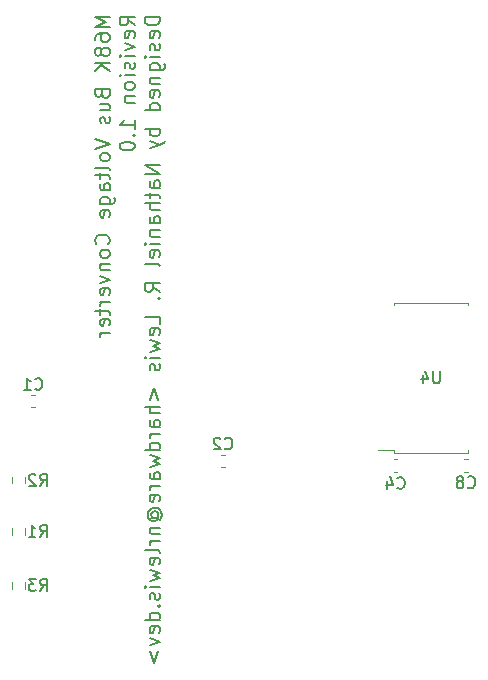
<source format=gbo>
G04 #@! TF.GenerationSoftware,KiCad,Pcbnew,5.1.10*
G04 #@! TF.CreationDate,2021-08-30T11:46:02-07:00*
G04 #@! TF.ProjectId,M68K-BREAKOUT,4d36384b-2d42-4524-9541-4b4f55542e6b,rev?*
G04 #@! TF.SameCoordinates,Original*
G04 #@! TF.FileFunction,Legend,Bot*
G04 #@! TF.FilePolarity,Positive*
%FSLAX46Y46*%
G04 Gerber Fmt 4.6, Leading zero omitted, Abs format (unit mm)*
G04 Created by KiCad (PCBNEW 5.1.10) date 2021-08-30 11:46:02*
%MOMM*%
%LPD*%
G01*
G04 APERTURE LIST*
%ADD10C,0.203200*%
%ADD11C,0.120000*%
%ADD12C,0.150000*%
%ADD13O,1.350000X1.350000*%
%ADD14R,1.350000X1.350000*%
%ADD15O,1.600000X1.600000*%
%ADD16R,1.600000X1.600000*%
G04 APERTURE END LIST*
D10*
X134864323Y-58536960D02*
X133594323Y-58536960D01*
X134501466Y-58960294D01*
X133594323Y-59383627D01*
X134864323Y-59383627D01*
X133594323Y-60532675D02*
X133594323Y-60290770D01*
X133654800Y-60169818D01*
X133715276Y-60109341D01*
X133896704Y-59988389D01*
X134138609Y-59927913D01*
X134622419Y-59927913D01*
X134743371Y-59988389D01*
X134803847Y-60048865D01*
X134864323Y-60169818D01*
X134864323Y-60411722D01*
X134803847Y-60532675D01*
X134743371Y-60593151D01*
X134622419Y-60653627D01*
X134320038Y-60653627D01*
X134199085Y-60593151D01*
X134138609Y-60532675D01*
X134078133Y-60411722D01*
X134078133Y-60169818D01*
X134138609Y-60048865D01*
X134199085Y-59988389D01*
X134320038Y-59927913D01*
X134138609Y-61379341D02*
X134078133Y-61258389D01*
X134017657Y-61197913D01*
X133896704Y-61137437D01*
X133836228Y-61137437D01*
X133715276Y-61197913D01*
X133654800Y-61258389D01*
X133594323Y-61379341D01*
X133594323Y-61621246D01*
X133654800Y-61742199D01*
X133715276Y-61802675D01*
X133836228Y-61863151D01*
X133896704Y-61863151D01*
X134017657Y-61802675D01*
X134078133Y-61742199D01*
X134138609Y-61621246D01*
X134138609Y-61379341D01*
X134199085Y-61258389D01*
X134259561Y-61197913D01*
X134380514Y-61137437D01*
X134622419Y-61137437D01*
X134743371Y-61197913D01*
X134803847Y-61258389D01*
X134864323Y-61379341D01*
X134864323Y-61621246D01*
X134803847Y-61742199D01*
X134743371Y-61802675D01*
X134622419Y-61863151D01*
X134380514Y-61863151D01*
X134259561Y-61802675D01*
X134199085Y-61742199D01*
X134138609Y-61621246D01*
X134864323Y-62407437D02*
X133594323Y-62407437D01*
X134864323Y-63133151D02*
X134138609Y-62588865D01*
X133594323Y-63133151D02*
X134320038Y-62407437D01*
X134199085Y-65068389D02*
X134259561Y-65249818D01*
X134320038Y-65310294D01*
X134440990Y-65370770D01*
X134622419Y-65370770D01*
X134743371Y-65310294D01*
X134803847Y-65249818D01*
X134864323Y-65128865D01*
X134864323Y-64645056D01*
X133594323Y-64645056D01*
X133594323Y-65068389D01*
X133654800Y-65189341D01*
X133715276Y-65249818D01*
X133836228Y-65310294D01*
X133957180Y-65310294D01*
X134078133Y-65249818D01*
X134138609Y-65189341D01*
X134199085Y-65068389D01*
X134199085Y-64645056D01*
X134017657Y-66459341D02*
X134864323Y-66459341D01*
X134017657Y-65915056D02*
X134682895Y-65915056D01*
X134803847Y-65975532D01*
X134864323Y-66096484D01*
X134864323Y-66277913D01*
X134803847Y-66398865D01*
X134743371Y-66459341D01*
X134803847Y-67003627D02*
X134864323Y-67124580D01*
X134864323Y-67366484D01*
X134803847Y-67487437D01*
X134682895Y-67547913D01*
X134622419Y-67547913D01*
X134501466Y-67487437D01*
X134440990Y-67366484D01*
X134440990Y-67185056D01*
X134380514Y-67064103D01*
X134259561Y-67003627D01*
X134199085Y-67003627D01*
X134078133Y-67064103D01*
X134017657Y-67185056D01*
X134017657Y-67366484D01*
X134078133Y-67487437D01*
X133594323Y-68878389D02*
X134864323Y-69301722D01*
X133594323Y-69725056D01*
X134864323Y-70329818D02*
X134803847Y-70208865D01*
X134743371Y-70148389D01*
X134622419Y-70087913D01*
X134259561Y-70087913D01*
X134138609Y-70148389D01*
X134078133Y-70208865D01*
X134017657Y-70329818D01*
X134017657Y-70511246D01*
X134078133Y-70632199D01*
X134138609Y-70692675D01*
X134259561Y-70753151D01*
X134622419Y-70753151D01*
X134743371Y-70692675D01*
X134803847Y-70632199D01*
X134864323Y-70511246D01*
X134864323Y-70329818D01*
X134864323Y-71478865D02*
X134803847Y-71357913D01*
X134682895Y-71297437D01*
X133594323Y-71297437D01*
X134017657Y-71781246D02*
X134017657Y-72265056D01*
X133594323Y-71962675D02*
X134682895Y-71962675D01*
X134803847Y-72023151D01*
X134864323Y-72144103D01*
X134864323Y-72265056D01*
X134864323Y-73232675D02*
X134199085Y-73232675D01*
X134078133Y-73172199D01*
X134017657Y-73051246D01*
X134017657Y-72809341D01*
X134078133Y-72688389D01*
X134803847Y-73232675D02*
X134864323Y-73111722D01*
X134864323Y-72809341D01*
X134803847Y-72688389D01*
X134682895Y-72627913D01*
X134561942Y-72627913D01*
X134440990Y-72688389D01*
X134380514Y-72809341D01*
X134380514Y-73111722D01*
X134320038Y-73232675D01*
X134017657Y-74381722D02*
X135045752Y-74381722D01*
X135166704Y-74321246D01*
X135227180Y-74260770D01*
X135287657Y-74139818D01*
X135287657Y-73958389D01*
X135227180Y-73837437D01*
X134803847Y-74381722D02*
X134864323Y-74260770D01*
X134864323Y-74018865D01*
X134803847Y-73897913D01*
X134743371Y-73837437D01*
X134622419Y-73776960D01*
X134259561Y-73776960D01*
X134138609Y-73837437D01*
X134078133Y-73897913D01*
X134017657Y-74018865D01*
X134017657Y-74260770D01*
X134078133Y-74381722D01*
X134803847Y-75470294D02*
X134864323Y-75349341D01*
X134864323Y-75107437D01*
X134803847Y-74986484D01*
X134682895Y-74926008D01*
X134199085Y-74926008D01*
X134078133Y-74986484D01*
X134017657Y-75107437D01*
X134017657Y-75349341D01*
X134078133Y-75470294D01*
X134199085Y-75530770D01*
X134320038Y-75530770D01*
X134440990Y-74926008D01*
X134743371Y-77768389D02*
X134803847Y-77707913D01*
X134864323Y-77526484D01*
X134864323Y-77405532D01*
X134803847Y-77224103D01*
X134682895Y-77103151D01*
X134561942Y-77042675D01*
X134320038Y-76982199D01*
X134138609Y-76982199D01*
X133896704Y-77042675D01*
X133775752Y-77103151D01*
X133654800Y-77224103D01*
X133594323Y-77405532D01*
X133594323Y-77526484D01*
X133654800Y-77707913D01*
X133715276Y-77768389D01*
X134864323Y-78494103D02*
X134803847Y-78373151D01*
X134743371Y-78312675D01*
X134622419Y-78252199D01*
X134259561Y-78252199D01*
X134138609Y-78312675D01*
X134078133Y-78373151D01*
X134017657Y-78494103D01*
X134017657Y-78675532D01*
X134078133Y-78796484D01*
X134138609Y-78856960D01*
X134259561Y-78917437D01*
X134622419Y-78917437D01*
X134743371Y-78856960D01*
X134803847Y-78796484D01*
X134864323Y-78675532D01*
X134864323Y-78494103D01*
X134017657Y-79461722D02*
X134864323Y-79461722D01*
X134138609Y-79461722D02*
X134078133Y-79522199D01*
X134017657Y-79643151D01*
X134017657Y-79824580D01*
X134078133Y-79945532D01*
X134199085Y-80006008D01*
X134864323Y-80006008D01*
X134017657Y-80489818D02*
X134864323Y-80792199D01*
X134017657Y-81094580D01*
X134803847Y-82062199D02*
X134864323Y-81941246D01*
X134864323Y-81699341D01*
X134803847Y-81578389D01*
X134682895Y-81517913D01*
X134199085Y-81517913D01*
X134078133Y-81578389D01*
X134017657Y-81699341D01*
X134017657Y-81941246D01*
X134078133Y-82062199D01*
X134199085Y-82122675D01*
X134320038Y-82122675D01*
X134440990Y-81517913D01*
X134864323Y-82666960D02*
X134017657Y-82666960D01*
X134259561Y-82666960D02*
X134138609Y-82727437D01*
X134078133Y-82787913D01*
X134017657Y-82908865D01*
X134017657Y-83029818D01*
X134017657Y-83271722D02*
X134017657Y-83755532D01*
X133594323Y-83453151D02*
X134682895Y-83453151D01*
X134803847Y-83513627D01*
X134864323Y-83634580D01*
X134864323Y-83755532D01*
X134803847Y-84662675D02*
X134864323Y-84541722D01*
X134864323Y-84299818D01*
X134803847Y-84178865D01*
X134682895Y-84118389D01*
X134199085Y-84118389D01*
X134078133Y-84178865D01*
X134017657Y-84299818D01*
X134017657Y-84541722D01*
X134078133Y-84662675D01*
X134199085Y-84723151D01*
X134320038Y-84723151D01*
X134440990Y-84118389D01*
X134864323Y-85267437D02*
X134017657Y-85267437D01*
X134259561Y-85267437D02*
X134138609Y-85327913D01*
X134078133Y-85388389D01*
X134017657Y-85509341D01*
X134017657Y-85630294D01*
X136972523Y-59262675D02*
X136367761Y-58839341D01*
X136972523Y-58536960D02*
X135702523Y-58536960D01*
X135702523Y-59020770D01*
X135763000Y-59141722D01*
X135823476Y-59202199D01*
X135944428Y-59262675D01*
X136125857Y-59262675D01*
X136246809Y-59202199D01*
X136307285Y-59141722D01*
X136367761Y-59020770D01*
X136367761Y-58536960D01*
X136912047Y-60290770D02*
X136972523Y-60169818D01*
X136972523Y-59927913D01*
X136912047Y-59806960D01*
X136791095Y-59746484D01*
X136307285Y-59746484D01*
X136186333Y-59806960D01*
X136125857Y-59927913D01*
X136125857Y-60169818D01*
X136186333Y-60290770D01*
X136307285Y-60351246D01*
X136428238Y-60351246D01*
X136549190Y-59746484D01*
X136125857Y-60774580D02*
X136972523Y-61076960D01*
X136125857Y-61379341D01*
X136972523Y-61863151D02*
X136125857Y-61863151D01*
X135702523Y-61863151D02*
X135763000Y-61802675D01*
X135823476Y-61863151D01*
X135763000Y-61923627D01*
X135702523Y-61863151D01*
X135823476Y-61863151D01*
X136912047Y-62407437D02*
X136972523Y-62528389D01*
X136972523Y-62770294D01*
X136912047Y-62891246D01*
X136791095Y-62951722D01*
X136730619Y-62951722D01*
X136609666Y-62891246D01*
X136549190Y-62770294D01*
X136549190Y-62588865D01*
X136488714Y-62467913D01*
X136367761Y-62407437D01*
X136307285Y-62407437D01*
X136186333Y-62467913D01*
X136125857Y-62588865D01*
X136125857Y-62770294D01*
X136186333Y-62891246D01*
X136972523Y-63496008D02*
X136125857Y-63496008D01*
X135702523Y-63496008D02*
X135763000Y-63435532D01*
X135823476Y-63496008D01*
X135763000Y-63556484D01*
X135702523Y-63496008D01*
X135823476Y-63496008D01*
X136972523Y-64282199D02*
X136912047Y-64161246D01*
X136851571Y-64100770D01*
X136730619Y-64040294D01*
X136367761Y-64040294D01*
X136246809Y-64100770D01*
X136186333Y-64161246D01*
X136125857Y-64282199D01*
X136125857Y-64463627D01*
X136186333Y-64584580D01*
X136246809Y-64645056D01*
X136367761Y-64705532D01*
X136730619Y-64705532D01*
X136851571Y-64645056D01*
X136912047Y-64584580D01*
X136972523Y-64463627D01*
X136972523Y-64282199D01*
X136125857Y-65249818D02*
X136972523Y-65249818D01*
X136246809Y-65249818D02*
X136186333Y-65310294D01*
X136125857Y-65431246D01*
X136125857Y-65612675D01*
X136186333Y-65733627D01*
X136307285Y-65794103D01*
X136972523Y-65794103D01*
X136972523Y-68031722D02*
X136972523Y-67306008D01*
X136972523Y-67668865D02*
X135702523Y-67668865D01*
X135883952Y-67547913D01*
X136004904Y-67426960D01*
X136065380Y-67306008D01*
X136851571Y-68576008D02*
X136912047Y-68636484D01*
X136972523Y-68576008D01*
X136912047Y-68515532D01*
X136851571Y-68576008D01*
X136972523Y-68576008D01*
X135702523Y-69422675D02*
X135702523Y-69543627D01*
X135763000Y-69664580D01*
X135823476Y-69725056D01*
X135944428Y-69785532D01*
X136186333Y-69846008D01*
X136488714Y-69846008D01*
X136730619Y-69785532D01*
X136851571Y-69725056D01*
X136912047Y-69664580D01*
X136972523Y-69543627D01*
X136972523Y-69422675D01*
X136912047Y-69301722D01*
X136851571Y-69241246D01*
X136730619Y-69180770D01*
X136488714Y-69120294D01*
X136186333Y-69120294D01*
X135944428Y-69180770D01*
X135823476Y-69241246D01*
X135763000Y-69301722D01*
X135702523Y-69422675D01*
X139080723Y-58536960D02*
X137810723Y-58536960D01*
X137810723Y-58839341D01*
X137871200Y-59020770D01*
X137992152Y-59141722D01*
X138113104Y-59202199D01*
X138355009Y-59262675D01*
X138536438Y-59262675D01*
X138778342Y-59202199D01*
X138899295Y-59141722D01*
X139020247Y-59020770D01*
X139080723Y-58839341D01*
X139080723Y-58536960D01*
X139020247Y-60290770D02*
X139080723Y-60169818D01*
X139080723Y-59927913D01*
X139020247Y-59806960D01*
X138899295Y-59746484D01*
X138415485Y-59746484D01*
X138294533Y-59806960D01*
X138234057Y-59927913D01*
X138234057Y-60169818D01*
X138294533Y-60290770D01*
X138415485Y-60351246D01*
X138536438Y-60351246D01*
X138657390Y-59746484D01*
X139020247Y-60835056D02*
X139080723Y-60956008D01*
X139080723Y-61197913D01*
X139020247Y-61318865D01*
X138899295Y-61379341D01*
X138838819Y-61379341D01*
X138717866Y-61318865D01*
X138657390Y-61197913D01*
X138657390Y-61016484D01*
X138596914Y-60895532D01*
X138475961Y-60835056D01*
X138415485Y-60835056D01*
X138294533Y-60895532D01*
X138234057Y-61016484D01*
X138234057Y-61197913D01*
X138294533Y-61318865D01*
X139080723Y-61923627D02*
X138234057Y-61923627D01*
X137810723Y-61923627D02*
X137871200Y-61863151D01*
X137931676Y-61923627D01*
X137871200Y-61984103D01*
X137810723Y-61923627D01*
X137931676Y-61923627D01*
X138234057Y-63072675D02*
X139262152Y-63072675D01*
X139383104Y-63012199D01*
X139443580Y-62951722D01*
X139504057Y-62830770D01*
X139504057Y-62649341D01*
X139443580Y-62528389D01*
X139020247Y-63072675D02*
X139080723Y-62951722D01*
X139080723Y-62709818D01*
X139020247Y-62588865D01*
X138959771Y-62528389D01*
X138838819Y-62467913D01*
X138475961Y-62467913D01*
X138355009Y-62528389D01*
X138294533Y-62588865D01*
X138234057Y-62709818D01*
X138234057Y-62951722D01*
X138294533Y-63072675D01*
X138234057Y-63677437D02*
X139080723Y-63677437D01*
X138355009Y-63677437D02*
X138294533Y-63737913D01*
X138234057Y-63858865D01*
X138234057Y-64040294D01*
X138294533Y-64161246D01*
X138415485Y-64221722D01*
X139080723Y-64221722D01*
X139020247Y-65310294D02*
X139080723Y-65189341D01*
X139080723Y-64947437D01*
X139020247Y-64826484D01*
X138899295Y-64766008D01*
X138415485Y-64766008D01*
X138294533Y-64826484D01*
X138234057Y-64947437D01*
X138234057Y-65189341D01*
X138294533Y-65310294D01*
X138415485Y-65370770D01*
X138536438Y-65370770D01*
X138657390Y-64766008D01*
X139080723Y-66459341D02*
X137810723Y-66459341D01*
X139020247Y-66459341D02*
X139080723Y-66338389D01*
X139080723Y-66096484D01*
X139020247Y-65975532D01*
X138959771Y-65915056D01*
X138838819Y-65854580D01*
X138475961Y-65854580D01*
X138355009Y-65915056D01*
X138294533Y-65975532D01*
X138234057Y-66096484D01*
X138234057Y-66338389D01*
X138294533Y-66459341D01*
X139080723Y-68031722D02*
X137810723Y-68031722D01*
X138294533Y-68031722D02*
X138234057Y-68152675D01*
X138234057Y-68394580D01*
X138294533Y-68515532D01*
X138355009Y-68576008D01*
X138475961Y-68636484D01*
X138838819Y-68636484D01*
X138959771Y-68576008D01*
X139020247Y-68515532D01*
X139080723Y-68394580D01*
X139080723Y-68152675D01*
X139020247Y-68031722D01*
X138234057Y-69059818D02*
X139080723Y-69362199D01*
X138234057Y-69664580D02*
X139080723Y-69362199D01*
X139383104Y-69241246D01*
X139443580Y-69180770D01*
X139504057Y-69059818D01*
X139080723Y-71116008D02*
X137810723Y-71116008D01*
X139080723Y-71841722D01*
X137810723Y-71841722D01*
X139080723Y-72990770D02*
X138415485Y-72990770D01*
X138294533Y-72930294D01*
X138234057Y-72809341D01*
X138234057Y-72567437D01*
X138294533Y-72446484D01*
X139020247Y-72990770D02*
X139080723Y-72869818D01*
X139080723Y-72567437D01*
X139020247Y-72446484D01*
X138899295Y-72386008D01*
X138778342Y-72386008D01*
X138657390Y-72446484D01*
X138596914Y-72567437D01*
X138596914Y-72869818D01*
X138536438Y-72990770D01*
X138234057Y-73414103D02*
X138234057Y-73897913D01*
X137810723Y-73595532D02*
X138899295Y-73595532D01*
X139020247Y-73656008D01*
X139080723Y-73776960D01*
X139080723Y-73897913D01*
X139080723Y-74321246D02*
X137810723Y-74321246D01*
X139080723Y-74865532D02*
X138415485Y-74865532D01*
X138294533Y-74805056D01*
X138234057Y-74684103D01*
X138234057Y-74502675D01*
X138294533Y-74381722D01*
X138355009Y-74321246D01*
X139080723Y-76014579D02*
X138415485Y-76014579D01*
X138294533Y-75954103D01*
X138234057Y-75833151D01*
X138234057Y-75591246D01*
X138294533Y-75470294D01*
X139020247Y-76014579D02*
X139080723Y-75893627D01*
X139080723Y-75591246D01*
X139020247Y-75470294D01*
X138899295Y-75409818D01*
X138778342Y-75409818D01*
X138657390Y-75470294D01*
X138596914Y-75591246D01*
X138596914Y-75893627D01*
X138536438Y-76014579D01*
X138234057Y-76619341D02*
X139080723Y-76619341D01*
X138355009Y-76619341D02*
X138294533Y-76679818D01*
X138234057Y-76800770D01*
X138234057Y-76982199D01*
X138294533Y-77103151D01*
X138415485Y-77163627D01*
X139080723Y-77163627D01*
X139080723Y-77768389D02*
X138234057Y-77768389D01*
X137810723Y-77768389D02*
X137871200Y-77707913D01*
X137931676Y-77768389D01*
X137871200Y-77828865D01*
X137810723Y-77768389D01*
X137931676Y-77768389D01*
X139020247Y-78856960D02*
X139080723Y-78736008D01*
X139080723Y-78494103D01*
X139020247Y-78373151D01*
X138899295Y-78312675D01*
X138415485Y-78312675D01*
X138294533Y-78373151D01*
X138234057Y-78494103D01*
X138234057Y-78736008D01*
X138294533Y-78856960D01*
X138415485Y-78917437D01*
X138536438Y-78917437D01*
X138657390Y-78312675D01*
X139080723Y-79643151D02*
X139020247Y-79522199D01*
X138899295Y-79461722D01*
X137810723Y-79461722D01*
X139080723Y-81820294D02*
X138475961Y-81396960D01*
X139080723Y-81094579D02*
X137810723Y-81094579D01*
X137810723Y-81578389D01*
X137871200Y-81699341D01*
X137931676Y-81759818D01*
X138052628Y-81820294D01*
X138234057Y-81820294D01*
X138355009Y-81759818D01*
X138415485Y-81699341D01*
X138475961Y-81578389D01*
X138475961Y-81094579D01*
X138959771Y-82364579D02*
X139020247Y-82425056D01*
X139080723Y-82364579D01*
X139020247Y-82304103D01*
X138959771Y-82364579D01*
X139080723Y-82364579D01*
X139080723Y-84541722D02*
X139080723Y-83936960D01*
X137810723Y-83936960D01*
X139020247Y-85448865D02*
X139080723Y-85327913D01*
X139080723Y-85086008D01*
X139020247Y-84965056D01*
X138899295Y-84904579D01*
X138415485Y-84904579D01*
X138294533Y-84965056D01*
X138234057Y-85086008D01*
X138234057Y-85327913D01*
X138294533Y-85448865D01*
X138415485Y-85509341D01*
X138536438Y-85509341D01*
X138657390Y-84904579D01*
X138234057Y-85932675D02*
X139080723Y-86174579D01*
X138475961Y-86416484D01*
X139080723Y-86658389D01*
X138234057Y-86900294D01*
X139080723Y-87384103D02*
X138234057Y-87384103D01*
X137810723Y-87384103D02*
X137871200Y-87323627D01*
X137931676Y-87384103D01*
X137871200Y-87444579D01*
X137810723Y-87384103D01*
X137931676Y-87384103D01*
X139020247Y-87928389D02*
X139080723Y-88049341D01*
X139080723Y-88291246D01*
X139020247Y-88412199D01*
X138899295Y-88472675D01*
X138838819Y-88472675D01*
X138717866Y-88412199D01*
X138657390Y-88291246D01*
X138657390Y-88109818D01*
X138596914Y-87988865D01*
X138475961Y-87928389D01*
X138415485Y-87928389D01*
X138294533Y-87988865D01*
X138234057Y-88109818D01*
X138234057Y-88291246D01*
X138294533Y-88412199D01*
X138234057Y-90952199D02*
X138596914Y-89984579D01*
X138959771Y-90952199D01*
X139080723Y-91556960D02*
X137810723Y-91556960D01*
X139080723Y-92101246D02*
X138415485Y-92101246D01*
X138294533Y-92040770D01*
X138234057Y-91919818D01*
X138234057Y-91738389D01*
X138294533Y-91617437D01*
X138355009Y-91556960D01*
X139080723Y-93250294D02*
X138415485Y-93250294D01*
X138294533Y-93189818D01*
X138234057Y-93068865D01*
X138234057Y-92826960D01*
X138294533Y-92706008D01*
X139020247Y-93250294D02*
X139080723Y-93129341D01*
X139080723Y-92826960D01*
X139020247Y-92706008D01*
X138899295Y-92645532D01*
X138778342Y-92645532D01*
X138657390Y-92706008D01*
X138596914Y-92826960D01*
X138596914Y-93129341D01*
X138536438Y-93250294D01*
X139080723Y-93855056D02*
X138234057Y-93855056D01*
X138475961Y-93855056D02*
X138355009Y-93915532D01*
X138294533Y-93976008D01*
X138234057Y-94096960D01*
X138234057Y-94217913D01*
X139080723Y-95185532D02*
X137810723Y-95185532D01*
X139020247Y-95185532D02*
X139080723Y-95064579D01*
X139080723Y-94822675D01*
X139020247Y-94701722D01*
X138959771Y-94641246D01*
X138838819Y-94580770D01*
X138475961Y-94580770D01*
X138355009Y-94641246D01*
X138294533Y-94701722D01*
X138234057Y-94822675D01*
X138234057Y-95064579D01*
X138294533Y-95185532D01*
X138234057Y-95669341D02*
X139080723Y-95911246D01*
X138475961Y-96153151D01*
X139080723Y-96395056D01*
X138234057Y-96636960D01*
X139080723Y-97665056D02*
X138415485Y-97665056D01*
X138294533Y-97604579D01*
X138234057Y-97483627D01*
X138234057Y-97241722D01*
X138294533Y-97120770D01*
X139020247Y-97665056D02*
X139080723Y-97544103D01*
X139080723Y-97241722D01*
X139020247Y-97120770D01*
X138899295Y-97060294D01*
X138778342Y-97060294D01*
X138657390Y-97120770D01*
X138596914Y-97241722D01*
X138596914Y-97544103D01*
X138536438Y-97665056D01*
X139080723Y-98269818D02*
X138234057Y-98269818D01*
X138475961Y-98269818D02*
X138355009Y-98330294D01*
X138294533Y-98390770D01*
X138234057Y-98511722D01*
X138234057Y-98632675D01*
X139020247Y-99539818D02*
X139080723Y-99418865D01*
X139080723Y-99176960D01*
X139020247Y-99056008D01*
X138899295Y-98995532D01*
X138415485Y-98995532D01*
X138294533Y-99056008D01*
X138234057Y-99176960D01*
X138234057Y-99418865D01*
X138294533Y-99539818D01*
X138415485Y-99600294D01*
X138536438Y-99600294D01*
X138657390Y-98995532D01*
X138475961Y-100930770D02*
X138415485Y-100870294D01*
X138355009Y-100749341D01*
X138355009Y-100628389D01*
X138415485Y-100507437D01*
X138475961Y-100446960D01*
X138596914Y-100386484D01*
X138717866Y-100386484D01*
X138838819Y-100446960D01*
X138899295Y-100507437D01*
X138959771Y-100628389D01*
X138959771Y-100749341D01*
X138899295Y-100870294D01*
X138838819Y-100930770D01*
X138355009Y-100930770D02*
X138838819Y-100930770D01*
X138899295Y-100991246D01*
X138899295Y-101051722D01*
X138838819Y-101172675D01*
X138717866Y-101233151D01*
X138415485Y-101233151D01*
X138234057Y-101112199D01*
X138113104Y-100930770D01*
X138052628Y-100688865D01*
X138113104Y-100446960D01*
X138234057Y-100265532D01*
X138415485Y-100144579D01*
X138657390Y-100084103D01*
X138899295Y-100144579D01*
X139080723Y-100265532D01*
X139201676Y-100446960D01*
X139262152Y-100688865D01*
X139201676Y-100930770D01*
X139080723Y-101112199D01*
X138234057Y-101777437D02*
X139080723Y-101777437D01*
X138355009Y-101777437D02*
X138294533Y-101837913D01*
X138234057Y-101958865D01*
X138234057Y-102140294D01*
X138294533Y-102261246D01*
X138415485Y-102321722D01*
X139080723Y-102321722D01*
X139080723Y-102926484D02*
X138234057Y-102926484D01*
X138475961Y-102926484D02*
X138355009Y-102986960D01*
X138294533Y-103047437D01*
X138234057Y-103168389D01*
X138234057Y-103289341D01*
X139080723Y-103894103D02*
X139020247Y-103773151D01*
X138899295Y-103712675D01*
X137810723Y-103712675D01*
X139020247Y-104861722D02*
X139080723Y-104740770D01*
X139080723Y-104498865D01*
X139020247Y-104377913D01*
X138899295Y-104317437D01*
X138415485Y-104317437D01*
X138294533Y-104377913D01*
X138234057Y-104498865D01*
X138234057Y-104740770D01*
X138294533Y-104861722D01*
X138415485Y-104922199D01*
X138536438Y-104922199D01*
X138657390Y-104317437D01*
X138234057Y-105345532D02*
X139080723Y-105587437D01*
X138475961Y-105829341D01*
X139080723Y-106071246D01*
X138234057Y-106313151D01*
X139080723Y-106796960D02*
X138234057Y-106796960D01*
X137810723Y-106796960D02*
X137871200Y-106736484D01*
X137931676Y-106796960D01*
X137871200Y-106857437D01*
X137810723Y-106796960D01*
X137931676Y-106796960D01*
X139020247Y-107341246D02*
X139080723Y-107462199D01*
X139080723Y-107704103D01*
X139020247Y-107825056D01*
X138899295Y-107885532D01*
X138838819Y-107885532D01*
X138717866Y-107825056D01*
X138657390Y-107704103D01*
X138657390Y-107522675D01*
X138596914Y-107401722D01*
X138475961Y-107341246D01*
X138415485Y-107341246D01*
X138294533Y-107401722D01*
X138234057Y-107522675D01*
X138234057Y-107704103D01*
X138294533Y-107825056D01*
X138959771Y-108429818D02*
X139020247Y-108490294D01*
X139080723Y-108429818D01*
X139020247Y-108369341D01*
X138959771Y-108429818D01*
X139080723Y-108429818D01*
X139080723Y-109578865D02*
X137810723Y-109578865D01*
X139020247Y-109578865D02*
X139080723Y-109457913D01*
X139080723Y-109216008D01*
X139020247Y-109095056D01*
X138959771Y-109034579D01*
X138838819Y-108974103D01*
X138475961Y-108974103D01*
X138355009Y-109034579D01*
X138294533Y-109095056D01*
X138234057Y-109216008D01*
X138234057Y-109457913D01*
X138294533Y-109578865D01*
X139020247Y-110667437D02*
X139080723Y-110546484D01*
X139080723Y-110304579D01*
X139020247Y-110183627D01*
X138899295Y-110123151D01*
X138415485Y-110123151D01*
X138294533Y-110183627D01*
X138234057Y-110304579D01*
X138234057Y-110546484D01*
X138294533Y-110667437D01*
X138415485Y-110727913D01*
X138536438Y-110727913D01*
X138657390Y-110123151D01*
X138234057Y-111151246D02*
X139080723Y-111453627D01*
X138234057Y-111756008D01*
X138234057Y-112239818D02*
X138596914Y-113207437D01*
X138959771Y-112239818D01*
D11*
X126604500Y-106425276D02*
X126604500Y-106934724D01*
X127649500Y-106425276D02*
X127649500Y-106934724D01*
X165156267Y-97030000D02*
X164863733Y-97030000D01*
X165156267Y-96010000D02*
X164863733Y-96010000D01*
X158894733Y-96010000D02*
X159187267Y-96010000D01*
X158894733Y-97030000D02*
X159187267Y-97030000D01*
X158892000Y-95250500D02*
X157602000Y-95250500D01*
X158892000Y-95450500D02*
X158892000Y-95250500D01*
X162052000Y-95450500D02*
X158892000Y-95450500D01*
X165212000Y-95450500D02*
X165212000Y-95250500D01*
X162052000Y-95450500D02*
X165212000Y-95450500D01*
X158892000Y-82730500D02*
X158892000Y-82930500D01*
X162052000Y-82730500D02*
X158892000Y-82730500D01*
X165212000Y-82730500D02*
X165212000Y-82930500D01*
X162052000Y-82730500D02*
X165212000Y-82730500D01*
X144571767Y-95629000D02*
X144279233Y-95629000D01*
X144571767Y-96649000D02*
X144279233Y-96649000D01*
X128224233Y-91569000D02*
X128516767Y-91569000D01*
X128224233Y-90549000D02*
X128516767Y-90549000D01*
X127649500Y-97511776D02*
X127649500Y-98021224D01*
X126604500Y-97511776D02*
X126604500Y-98021224D01*
X126604500Y-102362724D02*
X126604500Y-101853276D01*
X127649500Y-102362724D02*
X127649500Y-101853276D01*
D12*
X128944666Y-107132380D02*
X129278000Y-106656190D01*
X129516095Y-107132380D02*
X129516095Y-106132380D01*
X129135142Y-106132380D01*
X129039904Y-106180000D01*
X128992285Y-106227619D01*
X128944666Y-106322857D01*
X128944666Y-106465714D01*
X128992285Y-106560952D01*
X129039904Y-106608571D01*
X129135142Y-106656190D01*
X129516095Y-106656190D01*
X128611333Y-106132380D02*
X127992285Y-106132380D01*
X128325619Y-106513333D01*
X128182761Y-106513333D01*
X128087523Y-106560952D01*
X128039904Y-106608571D01*
X127992285Y-106703809D01*
X127992285Y-106941904D01*
X128039904Y-107037142D01*
X128087523Y-107084761D01*
X128182761Y-107132380D01*
X128468476Y-107132380D01*
X128563714Y-107084761D01*
X128611333Y-107037142D01*
X165176666Y-98337642D02*
X165224285Y-98385261D01*
X165367142Y-98432880D01*
X165462380Y-98432880D01*
X165605238Y-98385261D01*
X165700476Y-98290023D01*
X165748095Y-98194785D01*
X165795714Y-98004309D01*
X165795714Y-97861452D01*
X165748095Y-97670976D01*
X165700476Y-97575738D01*
X165605238Y-97480500D01*
X165462380Y-97432880D01*
X165367142Y-97432880D01*
X165224285Y-97480500D01*
X165176666Y-97528119D01*
X164605238Y-97861452D02*
X164700476Y-97813833D01*
X164748095Y-97766214D01*
X164795714Y-97670976D01*
X164795714Y-97623357D01*
X164748095Y-97528119D01*
X164700476Y-97480500D01*
X164605238Y-97432880D01*
X164414761Y-97432880D01*
X164319523Y-97480500D01*
X164271904Y-97528119D01*
X164224285Y-97623357D01*
X164224285Y-97670976D01*
X164271904Y-97766214D01*
X164319523Y-97813833D01*
X164414761Y-97861452D01*
X164605238Y-97861452D01*
X164700476Y-97909071D01*
X164748095Y-97956690D01*
X164795714Y-98051928D01*
X164795714Y-98242404D01*
X164748095Y-98337642D01*
X164700476Y-98385261D01*
X164605238Y-98432880D01*
X164414761Y-98432880D01*
X164319523Y-98385261D01*
X164271904Y-98337642D01*
X164224285Y-98242404D01*
X164224285Y-98051928D01*
X164271904Y-97956690D01*
X164319523Y-97909071D01*
X164414761Y-97861452D01*
X159207666Y-98401142D02*
X159255285Y-98448761D01*
X159398142Y-98496380D01*
X159493380Y-98496380D01*
X159636238Y-98448761D01*
X159731476Y-98353523D01*
X159779095Y-98258285D01*
X159826714Y-98067809D01*
X159826714Y-97924952D01*
X159779095Y-97734476D01*
X159731476Y-97639238D01*
X159636238Y-97544000D01*
X159493380Y-97496380D01*
X159398142Y-97496380D01*
X159255285Y-97544000D01*
X159207666Y-97591619D01*
X158350523Y-97829714D02*
X158350523Y-98496380D01*
X158588619Y-97448761D02*
X158826714Y-98163047D01*
X158207666Y-98163047D01*
X162813904Y-88542880D02*
X162813904Y-89352404D01*
X162766285Y-89447642D01*
X162718666Y-89495261D01*
X162623428Y-89542880D01*
X162432952Y-89542880D01*
X162337714Y-89495261D01*
X162290095Y-89447642D01*
X162242476Y-89352404D01*
X162242476Y-88542880D01*
X161337714Y-88876214D02*
X161337714Y-89542880D01*
X161575809Y-88495261D02*
X161813904Y-89209547D01*
X161194857Y-89209547D01*
X144592166Y-95066142D02*
X144639785Y-95113761D01*
X144782642Y-95161380D01*
X144877880Y-95161380D01*
X145020738Y-95113761D01*
X145115976Y-95018523D01*
X145163595Y-94923285D01*
X145211214Y-94732809D01*
X145211214Y-94589952D01*
X145163595Y-94399476D01*
X145115976Y-94304238D01*
X145020738Y-94209000D01*
X144877880Y-94161380D01*
X144782642Y-94161380D01*
X144639785Y-94209000D01*
X144592166Y-94256619D01*
X144211214Y-94256619D02*
X144163595Y-94209000D01*
X144068357Y-94161380D01*
X143830261Y-94161380D01*
X143735023Y-94209000D01*
X143687404Y-94256619D01*
X143639785Y-94351857D01*
X143639785Y-94447095D01*
X143687404Y-94589952D01*
X144258833Y-95161380D01*
X143639785Y-95161380D01*
X128537166Y-90019142D02*
X128584785Y-90066761D01*
X128727642Y-90114380D01*
X128822880Y-90114380D01*
X128965738Y-90066761D01*
X129060976Y-89971523D01*
X129108595Y-89876285D01*
X129156214Y-89685809D01*
X129156214Y-89542952D01*
X129108595Y-89352476D01*
X129060976Y-89257238D01*
X128965738Y-89162000D01*
X128822880Y-89114380D01*
X128727642Y-89114380D01*
X128584785Y-89162000D01*
X128537166Y-89209619D01*
X127584785Y-90114380D02*
X128156214Y-90114380D01*
X127870500Y-90114380D02*
X127870500Y-89114380D01*
X127965738Y-89257238D01*
X128060976Y-89352476D01*
X128156214Y-89400095D01*
X128944666Y-98242380D02*
X129278000Y-97766190D01*
X129516095Y-98242380D02*
X129516095Y-97242380D01*
X129135142Y-97242380D01*
X129039904Y-97290000D01*
X128992285Y-97337619D01*
X128944666Y-97432857D01*
X128944666Y-97575714D01*
X128992285Y-97670952D01*
X129039904Y-97718571D01*
X129135142Y-97766190D01*
X129516095Y-97766190D01*
X128563714Y-97337619D02*
X128516095Y-97290000D01*
X128420857Y-97242380D01*
X128182761Y-97242380D01*
X128087523Y-97290000D01*
X128039904Y-97337619D01*
X127992285Y-97432857D01*
X127992285Y-97528095D01*
X128039904Y-97670952D01*
X128611333Y-98242380D01*
X127992285Y-98242380D01*
X128944666Y-102560380D02*
X129278000Y-102084190D01*
X129516095Y-102560380D02*
X129516095Y-101560380D01*
X129135142Y-101560380D01*
X129039904Y-101608000D01*
X128992285Y-101655619D01*
X128944666Y-101750857D01*
X128944666Y-101893714D01*
X128992285Y-101988952D01*
X129039904Y-102036571D01*
X129135142Y-102084190D01*
X129516095Y-102084190D01*
X127992285Y-102560380D02*
X128563714Y-102560380D01*
X128278000Y-102560380D02*
X128278000Y-101560380D01*
X128373238Y-101703238D01*
X128468476Y-101798476D01*
X128563714Y-101846095D01*
%LPC*%
G36*
G01*
X126889500Y-107105000D02*
X127364500Y-107105000D01*
G75*
G02*
X127602000Y-107342500I0J-237500D01*
G01*
X127602000Y-107842500D01*
G75*
G02*
X127364500Y-108080000I-237500J0D01*
G01*
X126889500Y-108080000D01*
G75*
G02*
X126652000Y-107842500I0J237500D01*
G01*
X126652000Y-107342500D01*
G75*
G02*
X126889500Y-107105000I237500J0D01*
G01*
G37*
G36*
G01*
X126889500Y-105280000D02*
X127364500Y-105280000D01*
G75*
G02*
X127602000Y-105517500I0J-237500D01*
G01*
X127602000Y-106017500D01*
G75*
G02*
X127364500Y-106255000I-237500J0D01*
G01*
X126889500Y-106255000D01*
G75*
G02*
X126652000Y-106017500I0J237500D01*
G01*
X126652000Y-105517500D01*
G75*
G02*
X126889500Y-105280000I237500J0D01*
G01*
G37*
D13*
X173241720Y-137092991D03*
X171241720Y-137092991D03*
X173241720Y-135092991D03*
X171241720Y-135092991D03*
X173241720Y-133092991D03*
X171241720Y-133092991D03*
X173241720Y-131092991D03*
X171241720Y-131092991D03*
X173241720Y-129092991D03*
X171241720Y-129092991D03*
X173241720Y-127092991D03*
X171241720Y-127092991D03*
X173241720Y-125092991D03*
X171241720Y-125092991D03*
X173241720Y-123092991D03*
X171241720Y-123092991D03*
X173241720Y-121092991D03*
D14*
X171241720Y-121092991D03*
D13*
X173241720Y-117092991D03*
X171241720Y-117092991D03*
X173241720Y-115092991D03*
X171241720Y-115092991D03*
X173241720Y-113092991D03*
X171241720Y-113092991D03*
X173241720Y-111092991D03*
X171241720Y-111092991D03*
X173241720Y-109092991D03*
X171241720Y-109092991D03*
X173241720Y-107092991D03*
X171241720Y-107092991D03*
X173241720Y-105092991D03*
X171241720Y-105092991D03*
X173241720Y-103092991D03*
X171241720Y-103092991D03*
X173241720Y-101092991D03*
D14*
X171241720Y-101092991D03*
D13*
X173241720Y-97092991D03*
X171241720Y-97092991D03*
X173241720Y-95092991D03*
X171241720Y-95092991D03*
X173241720Y-93092991D03*
X171241720Y-93092991D03*
X173241720Y-91092991D03*
X171241720Y-91092991D03*
X173241720Y-89092991D03*
X171241720Y-89092991D03*
X173241720Y-87092991D03*
X171241720Y-87092991D03*
X173241720Y-85092991D03*
X171241720Y-85092991D03*
X173241720Y-83092991D03*
X171241720Y-83092991D03*
X173241720Y-81092991D03*
D14*
X171241720Y-81092991D03*
D13*
X173241720Y-77092991D03*
X171241720Y-77092991D03*
X173241720Y-75092991D03*
X171241720Y-75092991D03*
X173241720Y-73092991D03*
X171241720Y-73092991D03*
X173241720Y-71092991D03*
X171241720Y-71092991D03*
X173241720Y-69092991D03*
X171241720Y-69092991D03*
X173241720Y-67092991D03*
X171241720Y-67092991D03*
X173241720Y-65092991D03*
X171241720Y-65092991D03*
X173241720Y-63092991D03*
X171241720Y-63092991D03*
X173241720Y-61092991D03*
D14*
X171241720Y-61092991D03*
G36*
G01*
X164685000Y-96282500D02*
X164685000Y-96757500D01*
G75*
G02*
X164447500Y-96995000I-237500J0D01*
G01*
X163847500Y-96995000D01*
G75*
G02*
X163610000Y-96757500I0J237500D01*
G01*
X163610000Y-96282500D01*
G75*
G02*
X163847500Y-96045000I237500J0D01*
G01*
X164447500Y-96045000D01*
G75*
G02*
X164685000Y-96282500I0J-237500D01*
G01*
G37*
G36*
G01*
X166410000Y-96282500D02*
X166410000Y-96757500D01*
G75*
G02*
X166172500Y-96995000I-237500J0D01*
G01*
X165572500Y-96995000D01*
G75*
G02*
X165335000Y-96757500I0J237500D01*
G01*
X165335000Y-96282500D01*
G75*
G02*
X165572500Y-96045000I237500J0D01*
G01*
X166172500Y-96045000D01*
G75*
G02*
X166410000Y-96282500I0J-237500D01*
G01*
G37*
G36*
G01*
X159366000Y-96757500D02*
X159366000Y-96282500D01*
G75*
G02*
X159603500Y-96045000I237500J0D01*
G01*
X160203500Y-96045000D01*
G75*
G02*
X160441000Y-96282500I0J-237500D01*
G01*
X160441000Y-96757500D01*
G75*
G02*
X160203500Y-96995000I-237500J0D01*
G01*
X159603500Y-96995000D01*
G75*
G02*
X159366000Y-96757500I0J237500D01*
G01*
G37*
G36*
G01*
X157641000Y-96757500D02*
X157641000Y-96282500D01*
G75*
G02*
X157878500Y-96045000I237500J0D01*
G01*
X158478500Y-96045000D01*
G75*
G02*
X158716000Y-96282500I0J-237500D01*
G01*
X158716000Y-96757500D01*
G75*
G02*
X158478500Y-96995000I-237500J0D01*
G01*
X157878500Y-96995000D01*
G75*
G02*
X157641000Y-96757500I0J237500D01*
G01*
G37*
G36*
G01*
X165027000Y-94915500D02*
X165027000Y-94765500D01*
G75*
G02*
X165102000Y-94690500I75000J0D01*
G01*
X166427000Y-94690500D01*
G75*
G02*
X166502000Y-94765500I0J-75000D01*
G01*
X166502000Y-94915500D01*
G75*
G02*
X166427000Y-94990500I-75000J0D01*
G01*
X165102000Y-94990500D01*
G75*
G02*
X165027000Y-94915500I0J75000D01*
G01*
G37*
G36*
G01*
X165027000Y-94415500D02*
X165027000Y-94265500D01*
G75*
G02*
X165102000Y-94190500I75000J0D01*
G01*
X166427000Y-94190500D01*
G75*
G02*
X166502000Y-94265500I0J-75000D01*
G01*
X166502000Y-94415500D01*
G75*
G02*
X166427000Y-94490500I-75000J0D01*
G01*
X165102000Y-94490500D01*
G75*
G02*
X165027000Y-94415500I0J75000D01*
G01*
G37*
G36*
G01*
X165027000Y-93915500D02*
X165027000Y-93765500D01*
G75*
G02*
X165102000Y-93690500I75000J0D01*
G01*
X166427000Y-93690500D01*
G75*
G02*
X166502000Y-93765500I0J-75000D01*
G01*
X166502000Y-93915500D01*
G75*
G02*
X166427000Y-93990500I-75000J0D01*
G01*
X165102000Y-93990500D01*
G75*
G02*
X165027000Y-93915500I0J75000D01*
G01*
G37*
G36*
G01*
X165027000Y-93415500D02*
X165027000Y-93265500D01*
G75*
G02*
X165102000Y-93190500I75000J0D01*
G01*
X166427000Y-93190500D01*
G75*
G02*
X166502000Y-93265500I0J-75000D01*
G01*
X166502000Y-93415500D01*
G75*
G02*
X166427000Y-93490500I-75000J0D01*
G01*
X165102000Y-93490500D01*
G75*
G02*
X165027000Y-93415500I0J75000D01*
G01*
G37*
G36*
G01*
X165027000Y-92915500D02*
X165027000Y-92765500D01*
G75*
G02*
X165102000Y-92690500I75000J0D01*
G01*
X166427000Y-92690500D01*
G75*
G02*
X166502000Y-92765500I0J-75000D01*
G01*
X166502000Y-92915500D01*
G75*
G02*
X166427000Y-92990500I-75000J0D01*
G01*
X165102000Y-92990500D01*
G75*
G02*
X165027000Y-92915500I0J75000D01*
G01*
G37*
G36*
G01*
X165027000Y-92415500D02*
X165027000Y-92265500D01*
G75*
G02*
X165102000Y-92190500I75000J0D01*
G01*
X166427000Y-92190500D01*
G75*
G02*
X166502000Y-92265500I0J-75000D01*
G01*
X166502000Y-92415500D01*
G75*
G02*
X166427000Y-92490500I-75000J0D01*
G01*
X165102000Y-92490500D01*
G75*
G02*
X165027000Y-92415500I0J75000D01*
G01*
G37*
G36*
G01*
X165027000Y-91915500D02*
X165027000Y-91765500D01*
G75*
G02*
X165102000Y-91690500I75000J0D01*
G01*
X166427000Y-91690500D01*
G75*
G02*
X166502000Y-91765500I0J-75000D01*
G01*
X166502000Y-91915500D01*
G75*
G02*
X166427000Y-91990500I-75000J0D01*
G01*
X165102000Y-91990500D01*
G75*
G02*
X165027000Y-91915500I0J75000D01*
G01*
G37*
G36*
G01*
X165027000Y-91415500D02*
X165027000Y-91265500D01*
G75*
G02*
X165102000Y-91190500I75000J0D01*
G01*
X166427000Y-91190500D01*
G75*
G02*
X166502000Y-91265500I0J-75000D01*
G01*
X166502000Y-91415500D01*
G75*
G02*
X166427000Y-91490500I-75000J0D01*
G01*
X165102000Y-91490500D01*
G75*
G02*
X165027000Y-91415500I0J75000D01*
G01*
G37*
G36*
G01*
X165027000Y-90915500D02*
X165027000Y-90765500D01*
G75*
G02*
X165102000Y-90690500I75000J0D01*
G01*
X166427000Y-90690500D01*
G75*
G02*
X166502000Y-90765500I0J-75000D01*
G01*
X166502000Y-90915500D01*
G75*
G02*
X166427000Y-90990500I-75000J0D01*
G01*
X165102000Y-90990500D01*
G75*
G02*
X165027000Y-90915500I0J75000D01*
G01*
G37*
G36*
G01*
X165027000Y-90415500D02*
X165027000Y-90265500D01*
G75*
G02*
X165102000Y-90190500I75000J0D01*
G01*
X166427000Y-90190500D01*
G75*
G02*
X166502000Y-90265500I0J-75000D01*
G01*
X166502000Y-90415500D01*
G75*
G02*
X166427000Y-90490500I-75000J0D01*
G01*
X165102000Y-90490500D01*
G75*
G02*
X165027000Y-90415500I0J75000D01*
G01*
G37*
G36*
G01*
X165027000Y-89915500D02*
X165027000Y-89765500D01*
G75*
G02*
X165102000Y-89690500I75000J0D01*
G01*
X166427000Y-89690500D01*
G75*
G02*
X166502000Y-89765500I0J-75000D01*
G01*
X166502000Y-89915500D01*
G75*
G02*
X166427000Y-89990500I-75000J0D01*
G01*
X165102000Y-89990500D01*
G75*
G02*
X165027000Y-89915500I0J75000D01*
G01*
G37*
G36*
G01*
X165027000Y-89415500D02*
X165027000Y-89265500D01*
G75*
G02*
X165102000Y-89190500I75000J0D01*
G01*
X166427000Y-89190500D01*
G75*
G02*
X166502000Y-89265500I0J-75000D01*
G01*
X166502000Y-89415500D01*
G75*
G02*
X166427000Y-89490500I-75000J0D01*
G01*
X165102000Y-89490500D01*
G75*
G02*
X165027000Y-89415500I0J75000D01*
G01*
G37*
G36*
G01*
X165027000Y-88915500D02*
X165027000Y-88765500D01*
G75*
G02*
X165102000Y-88690500I75000J0D01*
G01*
X166427000Y-88690500D01*
G75*
G02*
X166502000Y-88765500I0J-75000D01*
G01*
X166502000Y-88915500D01*
G75*
G02*
X166427000Y-88990500I-75000J0D01*
G01*
X165102000Y-88990500D01*
G75*
G02*
X165027000Y-88915500I0J75000D01*
G01*
G37*
G36*
G01*
X165027000Y-88415500D02*
X165027000Y-88265500D01*
G75*
G02*
X165102000Y-88190500I75000J0D01*
G01*
X166427000Y-88190500D01*
G75*
G02*
X166502000Y-88265500I0J-75000D01*
G01*
X166502000Y-88415500D01*
G75*
G02*
X166427000Y-88490500I-75000J0D01*
G01*
X165102000Y-88490500D01*
G75*
G02*
X165027000Y-88415500I0J75000D01*
G01*
G37*
G36*
G01*
X165027000Y-87915500D02*
X165027000Y-87765500D01*
G75*
G02*
X165102000Y-87690500I75000J0D01*
G01*
X166427000Y-87690500D01*
G75*
G02*
X166502000Y-87765500I0J-75000D01*
G01*
X166502000Y-87915500D01*
G75*
G02*
X166427000Y-87990500I-75000J0D01*
G01*
X165102000Y-87990500D01*
G75*
G02*
X165027000Y-87915500I0J75000D01*
G01*
G37*
G36*
G01*
X165027000Y-87415500D02*
X165027000Y-87265500D01*
G75*
G02*
X165102000Y-87190500I75000J0D01*
G01*
X166427000Y-87190500D01*
G75*
G02*
X166502000Y-87265500I0J-75000D01*
G01*
X166502000Y-87415500D01*
G75*
G02*
X166427000Y-87490500I-75000J0D01*
G01*
X165102000Y-87490500D01*
G75*
G02*
X165027000Y-87415500I0J75000D01*
G01*
G37*
G36*
G01*
X165027000Y-86915500D02*
X165027000Y-86765500D01*
G75*
G02*
X165102000Y-86690500I75000J0D01*
G01*
X166427000Y-86690500D01*
G75*
G02*
X166502000Y-86765500I0J-75000D01*
G01*
X166502000Y-86915500D01*
G75*
G02*
X166427000Y-86990500I-75000J0D01*
G01*
X165102000Y-86990500D01*
G75*
G02*
X165027000Y-86915500I0J75000D01*
G01*
G37*
G36*
G01*
X165027000Y-86415500D02*
X165027000Y-86265500D01*
G75*
G02*
X165102000Y-86190500I75000J0D01*
G01*
X166427000Y-86190500D01*
G75*
G02*
X166502000Y-86265500I0J-75000D01*
G01*
X166502000Y-86415500D01*
G75*
G02*
X166427000Y-86490500I-75000J0D01*
G01*
X165102000Y-86490500D01*
G75*
G02*
X165027000Y-86415500I0J75000D01*
G01*
G37*
G36*
G01*
X165027000Y-85915500D02*
X165027000Y-85765500D01*
G75*
G02*
X165102000Y-85690500I75000J0D01*
G01*
X166427000Y-85690500D01*
G75*
G02*
X166502000Y-85765500I0J-75000D01*
G01*
X166502000Y-85915500D01*
G75*
G02*
X166427000Y-85990500I-75000J0D01*
G01*
X165102000Y-85990500D01*
G75*
G02*
X165027000Y-85915500I0J75000D01*
G01*
G37*
G36*
G01*
X165027000Y-85415500D02*
X165027000Y-85265500D01*
G75*
G02*
X165102000Y-85190500I75000J0D01*
G01*
X166427000Y-85190500D01*
G75*
G02*
X166502000Y-85265500I0J-75000D01*
G01*
X166502000Y-85415500D01*
G75*
G02*
X166427000Y-85490500I-75000J0D01*
G01*
X165102000Y-85490500D01*
G75*
G02*
X165027000Y-85415500I0J75000D01*
G01*
G37*
G36*
G01*
X165027000Y-84915500D02*
X165027000Y-84765500D01*
G75*
G02*
X165102000Y-84690500I75000J0D01*
G01*
X166427000Y-84690500D01*
G75*
G02*
X166502000Y-84765500I0J-75000D01*
G01*
X166502000Y-84915500D01*
G75*
G02*
X166427000Y-84990500I-75000J0D01*
G01*
X165102000Y-84990500D01*
G75*
G02*
X165027000Y-84915500I0J75000D01*
G01*
G37*
G36*
G01*
X165027000Y-84415500D02*
X165027000Y-84265500D01*
G75*
G02*
X165102000Y-84190500I75000J0D01*
G01*
X166427000Y-84190500D01*
G75*
G02*
X166502000Y-84265500I0J-75000D01*
G01*
X166502000Y-84415500D01*
G75*
G02*
X166427000Y-84490500I-75000J0D01*
G01*
X165102000Y-84490500D01*
G75*
G02*
X165027000Y-84415500I0J75000D01*
G01*
G37*
G36*
G01*
X165027000Y-83915500D02*
X165027000Y-83765500D01*
G75*
G02*
X165102000Y-83690500I75000J0D01*
G01*
X166427000Y-83690500D01*
G75*
G02*
X166502000Y-83765500I0J-75000D01*
G01*
X166502000Y-83915500D01*
G75*
G02*
X166427000Y-83990500I-75000J0D01*
G01*
X165102000Y-83990500D01*
G75*
G02*
X165027000Y-83915500I0J75000D01*
G01*
G37*
G36*
G01*
X165027000Y-83415500D02*
X165027000Y-83265500D01*
G75*
G02*
X165102000Y-83190500I75000J0D01*
G01*
X166427000Y-83190500D01*
G75*
G02*
X166502000Y-83265500I0J-75000D01*
G01*
X166502000Y-83415500D01*
G75*
G02*
X166427000Y-83490500I-75000J0D01*
G01*
X165102000Y-83490500D01*
G75*
G02*
X165027000Y-83415500I0J75000D01*
G01*
G37*
G36*
G01*
X157602000Y-83415500D02*
X157602000Y-83265500D01*
G75*
G02*
X157677000Y-83190500I75000J0D01*
G01*
X159002000Y-83190500D01*
G75*
G02*
X159077000Y-83265500I0J-75000D01*
G01*
X159077000Y-83415500D01*
G75*
G02*
X159002000Y-83490500I-75000J0D01*
G01*
X157677000Y-83490500D01*
G75*
G02*
X157602000Y-83415500I0J75000D01*
G01*
G37*
G36*
G01*
X157602000Y-83915500D02*
X157602000Y-83765500D01*
G75*
G02*
X157677000Y-83690500I75000J0D01*
G01*
X159002000Y-83690500D01*
G75*
G02*
X159077000Y-83765500I0J-75000D01*
G01*
X159077000Y-83915500D01*
G75*
G02*
X159002000Y-83990500I-75000J0D01*
G01*
X157677000Y-83990500D01*
G75*
G02*
X157602000Y-83915500I0J75000D01*
G01*
G37*
G36*
G01*
X157602000Y-84415500D02*
X157602000Y-84265500D01*
G75*
G02*
X157677000Y-84190500I75000J0D01*
G01*
X159002000Y-84190500D01*
G75*
G02*
X159077000Y-84265500I0J-75000D01*
G01*
X159077000Y-84415500D01*
G75*
G02*
X159002000Y-84490500I-75000J0D01*
G01*
X157677000Y-84490500D01*
G75*
G02*
X157602000Y-84415500I0J75000D01*
G01*
G37*
G36*
G01*
X157602000Y-84915500D02*
X157602000Y-84765500D01*
G75*
G02*
X157677000Y-84690500I75000J0D01*
G01*
X159002000Y-84690500D01*
G75*
G02*
X159077000Y-84765500I0J-75000D01*
G01*
X159077000Y-84915500D01*
G75*
G02*
X159002000Y-84990500I-75000J0D01*
G01*
X157677000Y-84990500D01*
G75*
G02*
X157602000Y-84915500I0J75000D01*
G01*
G37*
G36*
G01*
X157602000Y-85415500D02*
X157602000Y-85265500D01*
G75*
G02*
X157677000Y-85190500I75000J0D01*
G01*
X159002000Y-85190500D01*
G75*
G02*
X159077000Y-85265500I0J-75000D01*
G01*
X159077000Y-85415500D01*
G75*
G02*
X159002000Y-85490500I-75000J0D01*
G01*
X157677000Y-85490500D01*
G75*
G02*
X157602000Y-85415500I0J75000D01*
G01*
G37*
G36*
G01*
X157602000Y-85915500D02*
X157602000Y-85765500D01*
G75*
G02*
X157677000Y-85690500I75000J0D01*
G01*
X159002000Y-85690500D01*
G75*
G02*
X159077000Y-85765500I0J-75000D01*
G01*
X159077000Y-85915500D01*
G75*
G02*
X159002000Y-85990500I-75000J0D01*
G01*
X157677000Y-85990500D01*
G75*
G02*
X157602000Y-85915500I0J75000D01*
G01*
G37*
G36*
G01*
X157602000Y-86415500D02*
X157602000Y-86265500D01*
G75*
G02*
X157677000Y-86190500I75000J0D01*
G01*
X159002000Y-86190500D01*
G75*
G02*
X159077000Y-86265500I0J-75000D01*
G01*
X159077000Y-86415500D01*
G75*
G02*
X159002000Y-86490500I-75000J0D01*
G01*
X157677000Y-86490500D01*
G75*
G02*
X157602000Y-86415500I0J75000D01*
G01*
G37*
G36*
G01*
X157602000Y-86915500D02*
X157602000Y-86765500D01*
G75*
G02*
X157677000Y-86690500I75000J0D01*
G01*
X159002000Y-86690500D01*
G75*
G02*
X159077000Y-86765500I0J-75000D01*
G01*
X159077000Y-86915500D01*
G75*
G02*
X159002000Y-86990500I-75000J0D01*
G01*
X157677000Y-86990500D01*
G75*
G02*
X157602000Y-86915500I0J75000D01*
G01*
G37*
G36*
G01*
X157602000Y-87415500D02*
X157602000Y-87265500D01*
G75*
G02*
X157677000Y-87190500I75000J0D01*
G01*
X159002000Y-87190500D01*
G75*
G02*
X159077000Y-87265500I0J-75000D01*
G01*
X159077000Y-87415500D01*
G75*
G02*
X159002000Y-87490500I-75000J0D01*
G01*
X157677000Y-87490500D01*
G75*
G02*
X157602000Y-87415500I0J75000D01*
G01*
G37*
G36*
G01*
X157602000Y-87915500D02*
X157602000Y-87765500D01*
G75*
G02*
X157677000Y-87690500I75000J0D01*
G01*
X159002000Y-87690500D01*
G75*
G02*
X159077000Y-87765500I0J-75000D01*
G01*
X159077000Y-87915500D01*
G75*
G02*
X159002000Y-87990500I-75000J0D01*
G01*
X157677000Y-87990500D01*
G75*
G02*
X157602000Y-87915500I0J75000D01*
G01*
G37*
G36*
G01*
X157602000Y-88415500D02*
X157602000Y-88265500D01*
G75*
G02*
X157677000Y-88190500I75000J0D01*
G01*
X159002000Y-88190500D01*
G75*
G02*
X159077000Y-88265500I0J-75000D01*
G01*
X159077000Y-88415500D01*
G75*
G02*
X159002000Y-88490500I-75000J0D01*
G01*
X157677000Y-88490500D01*
G75*
G02*
X157602000Y-88415500I0J75000D01*
G01*
G37*
G36*
G01*
X157602000Y-88915500D02*
X157602000Y-88765500D01*
G75*
G02*
X157677000Y-88690500I75000J0D01*
G01*
X159002000Y-88690500D01*
G75*
G02*
X159077000Y-88765500I0J-75000D01*
G01*
X159077000Y-88915500D01*
G75*
G02*
X159002000Y-88990500I-75000J0D01*
G01*
X157677000Y-88990500D01*
G75*
G02*
X157602000Y-88915500I0J75000D01*
G01*
G37*
G36*
G01*
X157602000Y-89415500D02*
X157602000Y-89265500D01*
G75*
G02*
X157677000Y-89190500I75000J0D01*
G01*
X159002000Y-89190500D01*
G75*
G02*
X159077000Y-89265500I0J-75000D01*
G01*
X159077000Y-89415500D01*
G75*
G02*
X159002000Y-89490500I-75000J0D01*
G01*
X157677000Y-89490500D01*
G75*
G02*
X157602000Y-89415500I0J75000D01*
G01*
G37*
G36*
G01*
X157602000Y-89915500D02*
X157602000Y-89765500D01*
G75*
G02*
X157677000Y-89690500I75000J0D01*
G01*
X159002000Y-89690500D01*
G75*
G02*
X159077000Y-89765500I0J-75000D01*
G01*
X159077000Y-89915500D01*
G75*
G02*
X159002000Y-89990500I-75000J0D01*
G01*
X157677000Y-89990500D01*
G75*
G02*
X157602000Y-89915500I0J75000D01*
G01*
G37*
G36*
G01*
X157602000Y-90415500D02*
X157602000Y-90265500D01*
G75*
G02*
X157677000Y-90190500I75000J0D01*
G01*
X159002000Y-90190500D01*
G75*
G02*
X159077000Y-90265500I0J-75000D01*
G01*
X159077000Y-90415500D01*
G75*
G02*
X159002000Y-90490500I-75000J0D01*
G01*
X157677000Y-90490500D01*
G75*
G02*
X157602000Y-90415500I0J75000D01*
G01*
G37*
G36*
G01*
X157602000Y-90915500D02*
X157602000Y-90765500D01*
G75*
G02*
X157677000Y-90690500I75000J0D01*
G01*
X159002000Y-90690500D01*
G75*
G02*
X159077000Y-90765500I0J-75000D01*
G01*
X159077000Y-90915500D01*
G75*
G02*
X159002000Y-90990500I-75000J0D01*
G01*
X157677000Y-90990500D01*
G75*
G02*
X157602000Y-90915500I0J75000D01*
G01*
G37*
G36*
G01*
X157602000Y-91415500D02*
X157602000Y-91265500D01*
G75*
G02*
X157677000Y-91190500I75000J0D01*
G01*
X159002000Y-91190500D01*
G75*
G02*
X159077000Y-91265500I0J-75000D01*
G01*
X159077000Y-91415500D01*
G75*
G02*
X159002000Y-91490500I-75000J0D01*
G01*
X157677000Y-91490500D01*
G75*
G02*
X157602000Y-91415500I0J75000D01*
G01*
G37*
G36*
G01*
X157602000Y-91915500D02*
X157602000Y-91765500D01*
G75*
G02*
X157677000Y-91690500I75000J0D01*
G01*
X159002000Y-91690500D01*
G75*
G02*
X159077000Y-91765500I0J-75000D01*
G01*
X159077000Y-91915500D01*
G75*
G02*
X159002000Y-91990500I-75000J0D01*
G01*
X157677000Y-91990500D01*
G75*
G02*
X157602000Y-91915500I0J75000D01*
G01*
G37*
G36*
G01*
X157602000Y-92415500D02*
X157602000Y-92265500D01*
G75*
G02*
X157677000Y-92190500I75000J0D01*
G01*
X159002000Y-92190500D01*
G75*
G02*
X159077000Y-92265500I0J-75000D01*
G01*
X159077000Y-92415500D01*
G75*
G02*
X159002000Y-92490500I-75000J0D01*
G01*
X157677000Y-92490500D01*
G75*
G02*
X157602000Y-92415500I0J75000D01*
G01*
G37*
G36*
G01*
X157602000Y-92915500D02*
X157602000Y-92765500D01*
G75*
G02*
X157677000Y-92690500I75000J0D01*
G01*
X159002000Y-92690500D01*
G75*
G02*
X159077000Y-92765500I0J-75000D01*
G01*
X159077000Y-92915500D01*
G75*
G02*
X159002000Y-92990500I-75000J0D01*
G01*
X157677000Y-92990500D01*
G75*
G02*
X157602000Y-92915500I0J75000D01*
G01*
G37*
G36*
G01*
X157602000Y-93415500D02*
X157602000Y-93265500D01*
G75*
G02*
X157677000Y-93190500I75000J0D01*
G01*
X159002000Y-93190500D01*
G75*
G02*
X159077000Y-93265500I0J-75000D01*
G01*
X159077000Y-93415500D01*
G75*
G02*
X159002000Y-93490500I-75000J0D01*
G01*
X157677000Y-93490500D01*
G75*
G02*
X157602000Y-93415500I0J75000D01*
G01*
G37*
G36*
G01*
X157602000Y-93915500D02*
X157602000Y-93765500D01*
G75*
G02*
X157677000Y-93690500I75000J0D01*
G01*
X159002000Y-93690500D01*
G75*
G02*
X159077000Y-93765500I0J-75000D01*
G01*
X159077000Y-93915500D01*
G75*
G02*
X159002000Y-93990500I-75000J0D01*
G01*
X157677000Y-93990500D01*
G75*
G02*
X157602000Y-93915500I0J75000D01*
G01*
G37*
G36*
G01*
X157602000Y-94415500D02*
X157602000Y-94265500D01*
G75*
G02*
X157677000Y-94190500I75000J0D01*
G01*
X159002000Y-94190500D01*
G75*
G02*
X159077000Y-94265500I0J-75000D01*
G01*
X159077000Y-94415500D01*
G75*
G02*
X159002000Y-94490500I-75000J0D01*
G01*
X157677000Y-94490500D01*
G75*
G02*
X157602000Y-94415500I0J75000D01*
G01*
G37*
G36*
G01*
X157602000Y-94915500D02*
X157602000Y-94765500D01*
G75*
G02*
X157677000Y-94690500I75000J0D01*
G01*
X159002000Y-94690500D01*
G75*
G02*
X159077000Y-94765500I0J-75000D01*
G01*
X159077000Y-94915500D01*
G75*
G02*
X159002000Y-94990500I-75000J0D01*
G01*
X157677000Y-94990500D01*
G75*
G02*
X157602000Y-94915500I0J75000D01*
G01*
G37*
G36*
G01*
X144100500Y-95901500D02*
X144100500Y-96376500D01*
G75*
G02*
X143863000Y-96614000I-237500J0D01*
G01*
X143263000Y-96614000D01*
G75*
G02*
X143025500Y-96376500I0J237500D01*
G01*
X143025500Y-95901500D01*
G75*
G02*
X143263000Y-95664000I237500J0D01*
G01*
X143863000Y-95664000D01*
G75*
G02*
X144100500Y-95901500I0J-237500D01*
G01*
G37*
G36*
G01*
X145825500Y-95901500D02*
X145825500Y-96376500D01*
G75*
G02*
X145588000Y-96614000I-237500J0D01*
G01*
X144988000Y-96614000D01*
G75*
G02*
X144750500Y-96376500I0J237500D01*
G01*
X144750500Y-95901500D01*
G75*
G02*
X144988000Y-95664000I237500J0D01*
G01*
X145588000Y-95664000D01*
G75*
G02*
X145825500Y-95901500I0J-237500D01*
G01*
G37*
G36*
G01*
X128695500Y-91296500D02*
X128695500Y-90821500D01*
G75*
G02*
X128933000Y-90584000I237500J0D01*
G01*
X129533000Y-90584000D01*
G75*
G02*
X129770500Y-90821500I0J-237500D01*
G01*
X129770500Y-91296500D01*
G75*
G02*
X129533000Y-91534000I-237500J0D01*
G01*
X128933000Y-91534000D01*
G75*
G02*
X128695500Y-91296500I0J237500D01*
G01*
G37*
G36*
G01*
X126970500Y-91296500D02*
X126970500Y-90821500D01*
G75*
G02*
X127208000Y-90584000I237500J0D01*
G01*
X127808000Y-90584000D01*
G75*
G02*
X128045500Y-90821500I0J-237500D01*
G01*
X128045500Y-91296500D01*
G75*
G02*
X127808000Y-91534000I-237500J0D01*
G01*
X127208000Y-91534000D01*
G75*
G02*
X126970500Y-91296500I0J237500D01*
G01*
G37*
G36*
G01*
X126889500Y-98191500D02*
X127364500Y-98191500D01*
G75*
G02*
X127602000Y-98429000I0J-237500D01*
G01*
X127602000Y-98929000D01*
G75*
G02*
X127364500Y-99166500I-237500J0D01*
G01*
X126889500Y-99166500D01*
G75*
G02*
X126652000Y-98929000I0J237500D01*
G01*
X126652000Y-98429000D01*
G75*
G02*
X126889500Y-98191500I237500J0D01*
G01*
G37*
G36*
G01*
X126889500Y-96366500D02*
X127364500Y-96366500D01*
G75*
G02*
X127602000Y-96604000I0J-237500D01*
G01*
X127602000Y-97104000D01*
G75*
G02*
X127364500Y-97341500I-237500J0D01*
G01*
X126889500Y-97341500D01*
G75*
G02*
X126652000Y-97104000I0J237500D01*
G01*
X126652000Y-96604000D01*
G75*
G02*
X126889500Y-96366500I237500J0D01*
G01*
G37*
G36*
G01*
X127364500Y-101683000D02*
X126889500Y-101683000D01*
G75*
G02*
X126652000Y-101445500I0J237500D01*
G01*
X126652000Y-100945500D01*
G75*
G02*
X126889500Y-100708000I237500J0D01*
G01*
X127364500Y-100708000D01*
G75*
G02*
X127602000Y-100945500I0J-237500D01*
G01*
X127602000Y-101445500D01*
G75*
G02*
X127364500Y-101683000I-237500J0D01*
G01*
G37*
G36*
G01*
X127364500Y-103508000D02*
X126889500Y-103508000D01*
G75*
G02*
X126652000Y-103270500I0J237500D01*
G01*
X126652000Y-102770500D01*
G75*
G02*
X126889500Y-102533000I237500J0D01*
G01*
X127364500Y-102533000D01*
G75*
G02*
X127602000Y-102770500I0J-237500D01*
G01*
X127602000Y-103270500D01*
G75*
G02*
X127364500Y-103508000I-237500J0D01*
G01*
G37*
D15*
X147828000Y-58039000D03*
X124968000Y-136779000D03*
X147828000Y-60579000D03*
X124968000Y-134239000D03*
X147828000Y-63119000D03*
X124968000Y-131699000D03*
X147828000Y-65659000D03*
X124968000Y-129159000D03*
X147828000Y-68199000D03*
X124968000Y-126619000D03*
X147828000Y-70739000D03*
X124968000Y-124079000D03*
X147828000Y-73279000D03*
X124968000Y-121539000D03*
X147828000Y-75819000D03*
X124968000Y-118999000D03*
X147828000Y-78359000D03*
X124968000Y-116459000D03*
X147828000Y-80899000D03*
X124968000Y-113919000D03*
X147828000Y-83439000D03*
X124968000Y-111379000D03*
X147828000Y-85979000D03*
X124968000Y-108839000D03*
X147828000Y-88519000D03*
X124968000Y-106299000D03*
X147828000Y-91059000D03*
X124968000Y-103759000D03*
X147828000Y-93599000D03*
X124968000Y-101219000D03*
X147828000Y-96139000D03*
X124968000Y-98679000D03*
X147828000Y-98679000D03*
X124968000Y-96139000D03*
X147828000Y-101219000D03*
X124968000Y-93599000D03*
X147828000Y-103759000D03*
X124968000Y-91059000D03*
X147828000Y-106299000D03*
X124968000Y-88519000D03*
X147828000Y-108839000D03*
X124968000Y-85979000D03*
X147828000Y-111379000D03*
X124968000Y-83439000D03*
X147828000Y-113919000D03*
X124968000Y-80899000D03*
X147828000Y-116459000D03*
X124968000Y-78359000D03*
X147828000Y-118999000D03*
X124968000Y-75819000D03*
X147828000Y-121539000D03*
X124968000Y-73279000D03*
X147828000Y-124079000D03*
X124968000Y-70739000D03*
X147828000Y-126619000D03*
X124968000Y-68199000D03*
X147828000Y-129159000D03*
X124968000Y-65659000D03*
X147828000Y-131699000D03*
X124968000Y-63119000D03*
X147828000Y-134239000D03*
X124968000Y-60579000D03*
X147828000Y-136779000D03*
D16*
X124968000Y-58039000D03*
M02*

</source>
